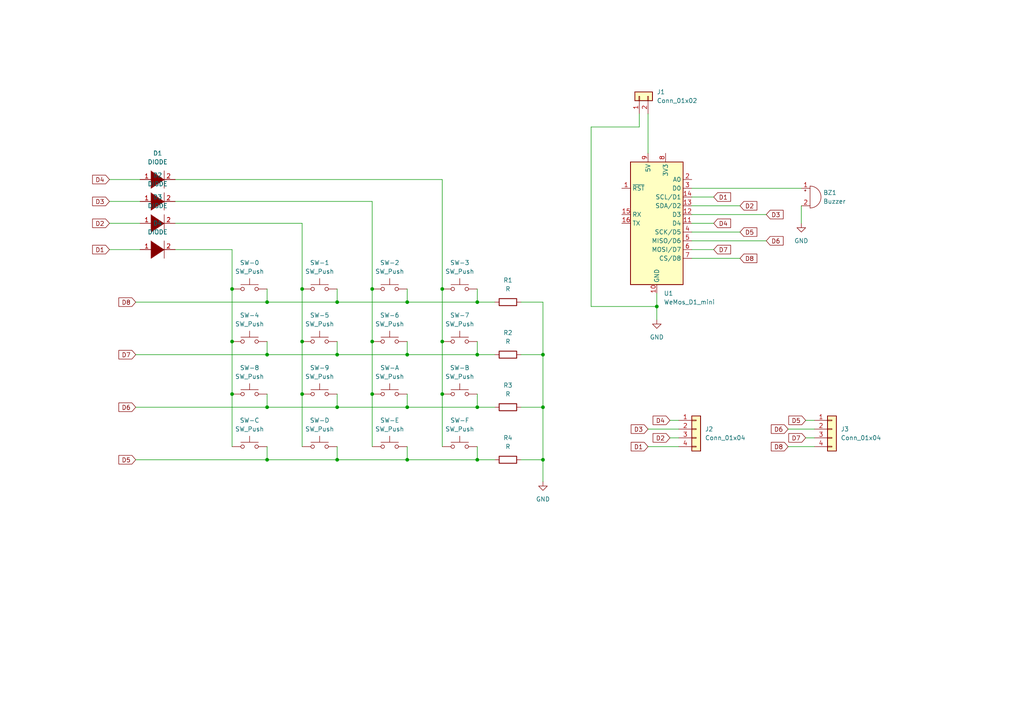
<source format=kicad_sch>
(kicad_sch (version 20211123) (generator eeschema)
  (paper "A4")
  (lib_symbols
    (symbol "Connector_Generic:Conn_01x02" (pin_names (offset 1.016) hide)
      (property "Reference" "J" (at 0 2.54 0))
      (property "Value" "Conn_01x02" (at 0 -5.08 0))
      (symbol "Conn_01x02_1_1"
        (rectangle (start -1.27 -2.413) (end 0 -2.667) (stroke (width 0.1524)))
        (rectangle (start -1.27 0.127) (end 0 -0.127) (stroke (width 0.1524)))
        (rectangle (start -1.27 1.27) (end 1.27 -3.81) (stroke (width 0.254)) (fill (type background)))
        (pin passive line (at -5.08 0 0) (length 3.81) (name "Pin_1") (number "1"))
        (pin passive line (at -5.08 -2.54 0) (length 3.81) (name "Pin_2") (number "2"))
      )
    )
    (symbol "Connector_Generic:Conn_01x04" (pin_names (offset 1.016) hide)
      (property "Reference" "J" (at 0 5.08 0))
      (property "Value" "Conn_01x04" (at 0 -7.62 0))
      (symbol "Conn_01x04_1_1"
        (rectangle (start -1.27 -4.953) (end 0 -5.207) (stroke (width 0.1524)))
        (rectangle (start -1.27 -2.413) (end 0 -2.667) (stroke (width 0.1524)))
        (rectangle (start -1.27 0.127) (end 0 -0.127) (stroke (width 0.1524)))
        (rectangle (start -1.27 2.667) (end 0 2.413) (stroke (width 0.1524)))
        (rectangle (start -1.27 3.81) (end 1.27 -6.35) (stroke (width 0.254)) (fill (type background)))
        (pin passive line (at -5.08 2.54 0) (length 3.81) (name "Pin_1") (number "1"))
        (pin passive line (at -5.08 0 0) (length 3.81) (name "Pin_2") (number "2"))
        (pin passive line (at -5.08 -2.54 0) (length 3.81) (name "Pin_3") (number "3"))
        (pin passive line (at -5.08 -5.08 0) (length 3.81) (name "Pin_4") (number "4"))
      )
    )
    (symbol "Device:Buzzer" (pin_names (offset 0.0254) hide)
      (property "Reference" "BZ" (at 3.81 1.27 0))
      (property "Value" "Buzzer" (at 3.81 -1.27 0))
      (symbol "Buzzer_0_1"
        (arc (start 0 -3.175) (mid 3.175 0) (end 0 3.175))
        (polyline (pts (xy -1.651 1.905) (xy -1.143 1.905)))
        (polyline (pts (xy -1.397 2.159) (xy -1.397 1.651)))
        (polyline (pts (xy 0 3.175) (xy 0 -3.175)))
      )
      (symbol "Buzzer_1_1"
        (pin passive line (at -2.54 2.54 0) (length 2.54) (name "-") (number "1"))
        (pin passive line (at -2.54 -2.54 0) (length 2.54) (name "+") (number "2"))
      )
    )
    (symbol "Device:R" (pin_numbers hide) (pin_names (offset 0))
      (property "Reference" "R" (at 2.032 0 90))
      (property "Value" "R" (at 0 0 90))
      (symbol "R_0_1"
        (rectangle (start -1.016 -2.54) (end 1.016 2.54) (stroke (width 0.254)))
      )
      (symbol "R_1_1"
        (pin passive line (at 0 3.81 270) (length 1.27) (name "~") (number "1"))
        (pin passive line (at 0 -3.81 90) (length 1.27) (name "~") (number "2"))
      )
    )
    (symbol "MCU_Module:WeMos_D1_mini"
      (property "Reference" "U" (at 3.81 19.05 0))
      (property "Value" "WeMos_D1_mini" (at 1.27 -19.05 0))
      (symbol "WeMos_D1_mini_1_1"
        (rectangle (start -7.62 17.78) (end 7.62 -17.78) (stroke (width 0.254)) (fill (type background)))
        (pin input line (at -10.16 10.16 0) (length 2.54) (name "~{RST}") (number "1"))
        (pin power_in line (at 0 -20.32 90) (length 2.54) (name "GND") (number "10"))
        (pin bidirectional line (at 10.16 0 180) (length 2.54) (name "D4") (number "11"))
        (pin bidirectional line (at 10.16 2.54 180) (length 2.54) (name "D3") (number "12"))
        (pin bidirectional line (at 10.16 5.08 180) (length 2.54) (name "SDA/D2") (number "13"))
        (pin bidirectional line (at 10.16 7.62 180) (length 2.54) (name "SCL/D1") (number "14"))
        (pin input line (at -10.16 2.54 0) (length 2.54) (name "RX") (number "15"))
        (pin output line (at -10.16 0 0) (length 2.54) (name "TX") (number "16"))
        (pin input line (at 10.16 12.7 180) (length 2.54) (name "A0") (number "2"))
        (pin bidirectional line (at 10.16 10.16 180) (length 2.54) (name "D0") (number "3"))
        (pin bidirectional line (at 10.16 -2.54 180) (length 2.54) (name "SCK/D5") (number "4"))
        (pin bidirectional line (at 10.16 -5.08 180) (length 2.54) (name "MISO/D6") (number "5"))
        (pin bidirectional line (at 10.16 -7.62 180) (length 2.54) (name "MOSI/D7") (number "6"))
        (pin bidirectional line (at 10.16 -10.16 180) (length 2.54) (name "CS/D8") (number "7"))
        (pin power_out line (at 2.54 20.32 270) (length 2.54) (name "3V3") (number "8"))
        (pin power_in line (at -2.54 20.32 270) (length 2.54) (name "5V") (number "9"))
      )
    )
    (symbol "Switch:SW_Push" (pin_numbers hide) (pin_names (offset 1.016) hide)
      (property "Reference" "SW" (at 1.27 2.54 0))
      (property "Value" "SW_Push" (at 0 -1.524 0))
      (symbol "SW_Push_0_1"
        (circle (center -2.032 0) (radius 0.508))
        (polyline (pts (xy 0 1.27) (xy 0 3.048)))
        (polyline (pts (xy 2.54 1.27) (xy -2.54 1.27)))
        (circle (center 2.032 0) (radius 0.508))
        (pin passive line (at -5.08 0 0) (length 2.54) (name "1") (number "1"))
        (pin passive line (at 5.08 0 180) (length 2.54) (name "2") (number "2"))
      )
    )
    (symbol "power:GND" (power) (pin_names (offset 0))
      (property "Value" "GND" (at 0 -3.81 0))
      (symbol "GND_0_1"
        (polyline (pts (xy 0 0) (xy 0 -1.27) (xy 1.27 -1.27) (xy 0 -2.54) (xy -1.27 -1.27) (xy 0 -1.27)))
      )
      (symbol "GND_1_1"
        (pin power_in line (at 0 0 270) (length 0) hide (name "GND") (number "1"))
      )
    )
    (symbol "pspice:DIODE" (pin_names (offset 1.016) hide)
      (property "Reference" "D" (at 0 3.81 0))
      (property "Value" "DIODE" (at 0 -4.445 0))
      (symbol "DIODE_0_1"
        (polyline (pts (xy 1.905 2.54) (xy 1.905 -2.54)))
        (polyline (pts (xy -1.905 2.54) (xy -1.905 -2.54) (xy 1.905 0)) (fill (type outline)))
      )
      (symbol "DIODE_1_1"
        (pin input line (at -5.08 0 0) (length 3.81) (name "K") (number "1"))
        (pin input line (at 5.08 0 180) (length 3.81) (name "A") (number "2"))
      )
    )
  )
  (junction (at 138.43 133.35))
  (junction (at 87.63 99.06))
  (junction (at 157.48 102.87))
  (junction (at 138.43 87.63))
  (junction (at 157.48 133.35))
  (junction (at 118.11 102.87))
  (junction (at 67.31 114.3))
  (junction (at 97.79 87.63))
  (junction (at 138.43 102.87))
  (junction (at 67.31 99.06))
  (junction (at 97.79 118.11))
  (junction (at 77.47 102.87))
  (junction (at 157.48 118.11))
  (junction (at 107.95 83.82))
  (junction (at 128.27 114.3))
  (junction (at 107.95 114.3))
  (junction (at 190.5 88.9))
  (junction (at 107.95 99.06))
  (junction (at 97.79 133.35))
  (junction (at 118.11 133.35))
  (junction (at 118.11 87.63))
  (junction (at 77.47 87.63))
  (junction (at 128.27 99.06))
  (junction (at 87.63 114.3))
  (junction (at 97.79 102.87))
  (junction (at 67.31 83.82))
  (junction (at 87.63 83.82))
  (junction (at 128.27 83.82))
  (junction (at 138.43 118.11))
  (junction (at 77.47 133.35))
  (junction (at 118.11 118.11))
  (junction (at 77.47 118.11))
  (wire (pts (xy 97.79 83.82) (xy 97.79 87.63)))
  (wire (pts (xy 77.47 102.87) (xy 97.79 102.87)))
  (wire (pts (xy 107.95 58.42) (xy 107.95 83.82)))
  (wire (pts (xy 97.79 99.06) (xy 97.79 102.87)))
  (wire (pts (xy 87.63 99.06) (xy 87.63 83.82)))
  (wire (pts (xy 67.31 114.3) (xy 67.31 129.54)))
  (wire (pts (xy 118.11 102.87) (xy 138.43 102.87)))
  (wire (pts (xy 187.96 33.02) (xy 187.96 44.45)))
  (wire (pts (xy 233.68 121.92) (xy 236.22 121.92)))
  (wire (pts (xy 97.79 118.11) (xy 118.11 118.11)))
  (wire (pts (xy 128.27 99.06) (xy 128.27 83.82)))
  (wire (pts (xy 77.47 118.11) (xy 97.79 118.11)))
  (wire (pts (xy 50.8 58.42) (xy 107.95 58.42)))
  (wire (pts (xy 77.47 114.3) (xy 77.47 118.11)))
  (wire (pts (xy 138.43 133.35) (xy 138.43 129.54)))
  (wire (pts (xy 118.11 87.63) (xy 138.43 87.63)))
  (wire (pts (xy 233.68 127) (xy 236.22 127)))
  (wire (pts (xy 157.48 102.87) (xy 157.48 118.11)))
  (wire (pts (xy 50.8 72.39) (xy 67.31 72.39)))
  (wire (pts (xy 118.11 129.54) (xy 118.11 133.35)))
  (wire (pts (xy 200.66 64.77) (xy 207.01 64.77)))
  (wire (pts (xy 228.6 129.54) (xy 236.22 129.54)))
  (wire (pts (xy 31.75 52.07) (xy 40.64 52.07)))
  (wire (pts (xy 118.11 114.3) (xy 118.11 118.11)))
  (wire (pts (xy 138.43 133.35) (xy 143.51 133.35)))
  (wire (pts (xy 194.31 121.92) (xy 196.85 121.92)))
  (wire (pts (xy 31.75 58.42) (xy 40.64 58.42)))
  (wire (pts (xy 128.27 114.3) (xy 128.27 99.06)))
  (wire (pts (xy 39.37 87.63) (xy 77.47 87.63)))
  (wire (pts (xy 87.63 114.3) (xy 87.63 99.06)))
  (wire (pts (xy 200.66 67.31) (xy 214.63 67.31)))
  (wire (pts (xy 107.95 129.54) (xy 107.95 114.3)))
  (wire (pts (xy 151.13 118.11) (xy 157.48 118.11)))
  (wire (pts (xy 200.66 72.39) (xy 207.01 72.39)))
  (wire (pts (xy 138.43 102.87) (xy 138.43 99.06)))
  (wire (pts (xy 194.31 127) (xy 196.85 127)))
  (wire (pts (xy 138.43 118.11) (xy 138.43 114.3)))
  (wire (pts (xy 77.47 83.82) (xy 77.47 87.63)))
  (wire (pts (xy 39.37 133.35) (xy 77.47 133.35)))
  (wire (pts (xy 200.66 62.23) (xy 222.25 62.23)))
  (wire (pts (xy 157.48 118.11) (xy 157.48 133.35)))
  (wire (pts (xy 67.31 83.82) (xy 67.31 99.06)))
  (wire (pts (xy 187.96 129.54) (xy 196.85 129.54)))
  (wire (pts (xy 200.66 74.93) (xy 214.63 74.93)))
  (wire (pts (xy 185.42 36.83) (xy 171.45 36.83)))
  (wire (pts (xy 118.11 83.82) (xy 118.11 87.63)))
  (wire (pts (xy 77.47 99.06) (xy 77.47 102.87)))
  (wire (pts (xy 190.5 88.9) (xy 190.5 92.71)))
  (wire (pts (xy 50.8 64.77) (xy 87.63 64.77)))
  (wire (pts (xy 171.45 36.83) (xy 171.45 88.9)))
  (wire (pts (xy 118.11 99.06) (xy 118.11 102.87)))
  (wire (pts (xy 228.6 124.46) (xy 236.22 124.46)))
  (wire (pts (xy 31.75 64.77) (xy 40.64 64.77)))
  (wire (pts (xy 107.95 99.06) (xy 107.95 83.82)))
  (wire (pts (xy 118.11 118.11) (xy 138.43 118.11)))
  (wire (pts (xy 67.31 83.82) (xy 67.31 72.39)))
  (wire (pts (xy 200.66 69.85) (xy 222.25 69.85)))
  (wire (pts (xy 87.63 64.77) (xy 87.63 83.82)))
  (wire (pts (xy 190.5 85.09) (xy 190.5 88.9)))
  (wire (pts (xy 187.96 124.46) (xy 196.85 124.46)))
  (wire (pts (xy 50.8 52.07) (xy 128.27 52.07)))
  (wire (pts (xy 151.13 133.35) (xy 157.48 133.35)))
  (wire (pts (xy 232.41 59.69) (xy 232.41 64.77)))
  (wire (pts (xy 31.75 72.39) (xy 40.64 72.39)))
  (wire (pts (xy 128.27 52.07) (xy 128.27 83.82)))
  (wire (pts (xy 97.79 102.87) (xy 118.11 102.87)))
  (wire (pts (xy 185.42 33.02) (xy 185.42 36.83)))
  (wire (pts (xy 107.95 114.3) (xy 107.95 99.06)))
  (wire (pts (xy 118.11 133.35) (xy 138.43 133.35)))
  (wire (pts (xy 97.79 129.54) (xy 97.79 133.35)))
  (wire (pts (xy 200.66 54.61) (xy 232.41 54.61)))
  (wire (pts (xy 138.43 102.87) (xy 143.51 102.87)))
  (wire (pts (xy 138.43 118.11) (xy 143.51 118.11)))
  (wire (pts (xy 77.47 129.54) (xy 77.47 133.35)))
  (wire (pts (xy 171.45 88.9) (xy 190.5 88.9)))
  (wire (pts (xy 67.31 99.06) (xy 67.31 114.3)))
  (wire (pts (xy 157.48 133.35) (xy 157.48 139.7)))
  (wire (pts (xy 200.66 57.15) (xy 207.01 57.15)))
  (wire (pts (xy 157.48 87.63) (xy 157.48 102.87)))
  (wire (pts (xy 97.79 87.63) (xy 118.11 87.63)))
  (wire (pts (xy 97.79 114.3) (xy 97.79 118.11)))
  (wire (pts (xy 97.79 133.35) (xy 118.11 133.35)))
  (wire (pts (xy 138.43 87.63) (xy 143.51 87.63)))
  (wire (pts (xy 200.66 59.69) (xy 214.63 59.69)))
  (wire (pts (xy 138.43 87.63) (xy 138.43 83.82)))
  (wire (pts (xy 77.47 133.35) (xy 97.79 133.35)))
  (wire (pts (xy 39.37 118.11) (xy 77.47 118.11)))
  (wire (pts (xy 87.63 129.54) (xy 87.63 114.3)))
  (wire (pts (xy 77.47 87.63) (xy 97.79 87.63)))
  (wire (pts (xy 128.27 129.54) (xy 128.27 114.3)))
  (wire (pts (xy 151.13 102.87) (xy 157.48 102.87)))
  (wire (pts (xy 39.37 102.87) (xy 77.47 102.87)))
  (wire (pts (xy 151.13 87.63) (xy 157.48 87.63)))
  (global_label "D6" (shape input) (at 228.6 124.46 180) (property "Intersheet References" "${INTERSHEET_REFS}" (effects hide)))
  (global_label "D8" (shape input) (at 228.6 129.54 180) (property "Intersheet References" "${INTERSHEET_REFS}" (effects hide)))
  (global_label "D4" (shape input) (at 207.01 64.77 0) (property "Intersheet References" "${INTERSHEET_REFS}" (effects hide)))
  (global_label "D8" (shape input) (at 39.37 87.63 180) (property "Intersheet References" "${INTERSHEET_REFS}" (effects hide)))
  (global_label "D5" (shape input) (at 39.37 133.35 180) (property "Intersheet References" "${INTERSHEET_REFS}" (effects hide)))
  (global_label "D6" (shape input) (at 39.37 118.11 180) (property "Intersheet References" "${INTERSHEET_REFS}" (effects hide)))
  (global_label "D7" (shape input) (at 233.68 127 180) (property "Intersheet References" "${INTERSHEET_REFS}" (effects hide)))
  (global_label "D4" (shape input) (at 194.31 121.92 180) (property "Intersheet References" "${INTERSHEET_REFS}" (effects hide)))
  (global_label "D2" (shape input) (at 194.31 127 180) (property "Intersheet References" "${INTERSHEET_REFS}" (effects hide)))
  (global_label "D3" (shape input) (at 31.75 58.42 180) (property "Intersheet References" "${INTERSHEET_REFS}" (effects hide)))
  (global_label "D7" (shape input) (at 207.01 72.39 0) (property "Intersheet References" "${INTERSHEET_REFS}" (effects hide)))
  (global_label "D3" (shape input) (at 222.25 62.23 0) (property "Intersheet References" "${INTERSHEET_REFS}" (effects hide)))
  (global_label "D6" (shape input) (at 222.25 69.85 0) (property "Intersheet References" "${INTERSHEET_REFS}" (effects hide)))
  (global_label "D5" (shape input) (at 233.68 121.92 180) (property "Intersheet References" "${INTERSHEET_REFS}" (effects hide)))
  (global_label "D4" (shape input) (at 31.75 52.07 180) (property "Intersheet References" "${INTERSHEET_REFS}" (effects hide)))
  (global_label "D7" (shape input) (at 39.37 102.87 180) (property "Intersheet References" "${INTERSHEET_REFS}" (effects hide)))
  (global_label "D8" (shape input) (at 214.63 74.93 0) (property "Intersheet References" "${INTERSHEET_REFS}" (effects hide)))
  (global_label "D2" (shape input) (at 214.63 59.69 0) (property "Intersheet References" "${INTERSHEET_REFS}" (effects hide)))
  (global_label "D1" (shape input) (at 187.96 129.54 180) (property "Intersheet References" "${INTERSHEET_REFS}" (effects hide)))
  (global_label "D3" (shape input) (at 187.96 124.46 180) (property "Intersheet References" "${INTERSHEET_REFS}" (effects hide)))
  (global_label "D5" (shape input) (at 214.63 67.31 0) (property "Intersheet References" "${INTERSHEET_REFS}" (effects hide)))
  (global_label "D1" (shape input) (at 207.01 57.15 0) (property "Intersheet References" "${INTERSHEET_REFS}" (effects hide)))
  (global_label "D2" (shape input) (at 31.75 64.77 180) (property "Intersheet References" "${INTERSHEET_REFS}" (effects hide)))
  (global_label "D1" (shape input) (at 31.75 72.39 180) (property "Intersheet References" "${INTERSHEET_REFS}" (effects hide)))
  (symbol (lib_id "Device:R") (at 147.32 118.11 90) (unit 1)
    (property "Reference" "R3" (at 147.32 111.76 90))
    (property "Value" "R" (at 147.32 114.3 90))
    (property "Footprint" "Resistor_SMD:R_1206_3216Metric_Pad1.30x1.75mm_HandSolder" (effects hide))
  )
  (symbol (lib_id "pspice:DIODE") (at 45.72 52.07 0) (unit 1)
    (property "Reference" "D1" (at 45.72 44.45 0))
    (property "Value" "DIODE" (at 45.72 46.99 0))
    (property "Footprint" "Diode_SMD:D_0805_2012Metric" (effects hide))
  )
  (symbol (lib_id "MCU_Module:WeMos_D1_mini") (at 190.5 64.77 0) (unit 1)
    (property "Reference" "U1" (at 192.5194 85.09 0) (effects (justify left)))
    (property "Value" "WeMos_D1_mini" (at 192.5194 87.63 0) (effects (justify left)))
    (property "Footprint" "Module:WEMOS_D1_mini_light" (effects hide))
    (property "Datasheet" "https://wiki.wemos.cc/products:d1:d1_mini#documentation" (effects hide))
  )
  (symbol (lib_id "pspice:DIODE") (at 45.72 64.77 0) (unit 1)
    (property "Reference" "D3" (at 45.72 57.15 0))
    (property "Value" "DIODE" (at 45.72 59.69 0))
    (property "Footprint" "Diode_SMD:D_0805_2012Metric" (effects hide))
  )
  (symbol (lib_id "Switch:SW_Push") (at 92.71 99.06 0) (unit 1)
    (property "Reference" "SW-5" (at 92.71 91.44 0))
    (property "Value" "SW_Push" (at 92.71 93.98 0))
    (property "Footprint" "Button_Switch_THT:SW_PUSH_6mm" (effects hide))
  )
  (symbol (lib_id "Device:Buzzer") (at 234.95 57.15 0) (unit 1)
    (property "Reference" "BZ1" (at 238.76 55.8799 0) (effects (justify left)))
    (property "Value" "Buzzer" (at 238.76 58.4199 0) (effects (justify left)))
    (property "Footprint" "Buzzer_Beeper:Buzzer_12x9.5RM7.6" (effects hide))
  )
  (symbol (lib_id "power:GND") (at 190.5 92.71 0) (unit 1)
    (property "Reference" "#PWR0102" (effects hide))
    (property "Value" "GND" (at 190.5 97.79 0))
  )
  (symbol (lib_id "Switch:SW_Push") (at 92.71 114.3 0) (unit 1)
    (property "Reference" "SW-9" (at 92.71 106.68 0))
    (property "Value" "SW_Push" (at 92.71 109.22 0))
    (property "Footprint" "Button_Switch_THT:SW_PUSH_6mm" (effects hide))
  )
  (symbol (lib_id "Connector_Generic:Conn_01x04") (at 241.3 124.46 0) (unit 1)
    (property "Reference" "J3" (at 243.84 124.4599 0) (effects (justify left)))
    (property "Value" "Conn_01x04" (at 243.84 126.9999 0) (effects (justify left)))
    (property "Footprint" "Connector_PinHeader_2.54mm:PinHeader_1x04_P2.54mm_Vertical" (effects hide))
  )
  (symbol (lib_id "Device:R") (at 147.32 133.35 90) (unit 1)
    (property "Reference" "R4" (at 147.32 127 90))
    (property "Value" "R" (at 147.32 129.54 90))
    (property "Footprint" "Resistor_SMD:R_1206_3216Metric_Pad1.30x1.75mm_HandSolder" (effects hide))
  )
  (symbol (lib_id "Switch:SW_Push") (at 72.39 83.82 0) (unit 1)
    (property "Reference" "SW-0" (at 72.39 76.2 0))
    (property "Value" "SW_Push" (at 72.39 78.74 0))
    (property "Footprint" "Button_Switch_THT:SW_PUSH_6mm" (effects hide))
  )
  (symbol (lib_id "pspice:DIODE") (at 45.72 58.42 0) (unit 1)
    (property "Reference" "D2" (at 45.72 50.8 0))
    (property "Value" "DIODE" (at 45.72 53.34 0))
    (property "Footprint" "Diode_SMD:D_0805_2012Metric" (effects hide))
  )
  (symbol (lib_id "power:GND") (at 232.41 64.77 0) (unit 1)
    (property "Reference" "#PWR0101" (effects hide))
    (property "Value" "GND" (at 232.41 69.85 0))
  )
  (symbol (lib_id "Switch:SW_Push") (at 113.03 83.82 0) (unit 1)
    (property "Reference" "SW-2" (at 113.03 76.2 0))
    (property "Value" "SW_Push" (at 113.03 78.74 0))
    (property "Footprint" "Button_Switch_THT:SW_PUSH_6mm" (effects hide))
  )
  (symbol (lib_id "Switch:SW_Push") (at 133.35 129.54 0) (unit 1)
    (property "Reference" "SW-F" (at 133.35 121.92 0))
    (property "Value" "SW_Push" (at 133.35 124.46 0))
    (property "Footprint" "Button_Switch_THT:SW_PUSH_6mm" (effects hide))
  )
  (symbol (lib_id "Switch:SW_Push") (at 133.35 83.82 0) (unit 1)
    (property "Reference" "SW-3" (at 133.35 76.2 0))
    (property "Value" "SW_Push" (at 133.35 78.74 0))
    (property "Footprint" "Button_Switch_THT:SW_PUSH_6mm" (effects hide))
  )
  (symbol (lib_id "Switch:SW_Push") (at 133.35 99.06 0) (unit 1)
    (property "Reference" "SW-7" (at 133.35 91.44 0))
    (property "Value" "SW_Push" (at 133.35 93.98 0))
    (property "Footprint" "Button_Switch_THT:SW_PUSH_6mm" (effects hide))
  )
  (symbol (lib_id "Connector_Generic:Conn_01x04") (at 201.93 124.46 0) (unit 1)
    (property "Reference" "J2" (at 204.47 124.4599 0) (effects (justify left)))
    (property "Value" "Conn_01x04" (at 204.47 126.9999 0) (effects (justify left)))
    (property "Footprint" "Connector_PinHeader_2.54mm:PinHeader_1x04_P2.54mm_Vertical" (effects hide))
  )
  (symbol (lib_id "Device:R") (at 147.32 87.63 90) (unit 1)
    (property "Reference" "R1" (at 147.32 81.28 90))
    (property "Value" "R" (at 147.32 83.82 90))
    (property "Footprint" "Resistor_SMD:R_1206_3216Metric_Pad1.30x1.75mm_HandSolder" (effects hide))
  )
  (symbol (lib_id "Connector_Generic:Conn_01x02") (at 185.42 27.94 90) (unit 1)
    (property "Reference" "J1" (at 190.5 26.6699 90) (effects (justify right)))
    (property "Value" "Conn_01x02" (at 190.5 29.2099 90) (effects (justify right)))
    (property "Footprint" "Connector_JST:JST_EH_B2B-EH-A_1x02_P2.50mm_Vertical" (effects hide))
  )
  (symbol (lib_id "Switch:SW_Push") (at 92.71 83.82 0) (unit 1)
    (property "Reference" "SW-1" (at 92.71 76.2 0))
    (property "Value" "SW_Push" (at 92.71 78.74 0))
    (property "Footprint" "Button_Switch_THT:SW_PUSH_6mm" (effects hide))
  )
  (symbol (lib_id "Switch:SW_Push") (at 72.39 99.06 0) (unit 1)
    (property "Reference" "SW-4" (at 72.39 91.44 0))
    (property "Value" "SW_Push" (at 72.39 93.98 0))
    (property "Footprint" "Button_Switch_THT:SW_PUSH_6mm" (effects hide))
  )
  (symbol (lib_id "pspice:DIODE") (at 45.72 72.39 0) (unit 1)
    (property "Reference" "D4" (at 45.72 64.77 0))
    (property "Value" "DIODE" (at 45.72 67.31 0))
    (property "Footprint" "Diode_SMD:D_0805_2012Metric" (effects hide))
  )
  (symbol (lib_id "Switch:SW_Push") (at 92.71 129.54 0) (unit 1)
    (property "Reference" "SW-D" (at 92.71 121.92 0))
    (property "Value" "SW_Push" (at 92.71 124.46 0))
    (property "Footprint" "Button_Switch_THT:SW_PUSH_6mm" (effects hide))
  )
  (symbol (lib_id "Switch:SW_Push") (at 113.03 99.06 0) (unit 1)
    (property "Reference" "SW-6" (at 113.03 91.44 0))
    (property "Value" "SW_Push" (at 113.03 93.98 0))
    (property "Footprint" "Button_Switch_THT:SW_PUSH_6mm" (effects hide))
  )
  (symbol (lib_id "Switch:SW_Push") (at 72.39 129.54 0) (unit 1)
    (property "Reference" "SW-C" (at 72.39 121.92 0))
    (property "Value" "SW_Push" (at 72.39 124.46 0))
    (property "Footprint" "Button_Switch_THT:SW_PUSH_6mm" (effects hide))
  )
  (symbol (lib_id "Switch:SW_Push") (at 113.03 129.54 0) (unit 1)
    (property "Reference" "SW-E" (at 113.03 121.92 0))
    (property "Value" "SW_Push" (at 113.03 124.46 0))
    (property "Footprint" "Button_Switch_THT:SW_PUSH_6mm" (effects hide))
  )
  (symbol (lib_id "power:GND") (at 157.48 139.7 0) (unit 1)
    (property "Reference" "#PWR0103" (effects hide))
    (property "Value" "GND" (at 157.48 144.78 0))
  )
  (symbol (lib_id "Switch:SW_Push") (at 113.03 114.3 0) (unit 1)
    (property "Reference" "SW-A" (at 113.03 106.68 0))
    (property "Value" "SW_Push" (at 113.03 109.22 0))
    (property "Footprint" "Button_Switch_THT:SW_PUSH_6mm" (effects hide))
  )
  (symbol (lib_id "Device:R") (at 147.32 102.87 90) (unit 1)
    (property "Reference" "R2" (at 147.32 96.52 90))
    (property "Value" "R" (at 147.32 99.06 90))
    (property "Footprint" "Resistor_SMD:R_1206_3216Metric_Pad1.30x1.75mm_HandSolder" (effects hide))
  )
  (symbol (lib_id "Switch:SW_Push") (at 72.39 114.3 0) (unit 1)
    (property "Reference" "SW-8" (at 72.39 106.68 0))
    (property "Value" "SW_Push" (at 72.39 109.22 0))
    (property "Footprint" "Button_Switch_THT:SW_PUSH_6mm" (effects hide))
  )
  (symbol (lib_id "Switch:SW_Push") (at 133.35 114.3 0) (unit 1)
    (property "Reference" "SW-B" (at 133.35 106.68 0))
    (property "Value" "SW_Push" (at 133.35 109.22 0))
    (property "Footprint" "Button_Switch_THT:SW_PUSH_6mm" (effects hide))
  )
)
</source>
